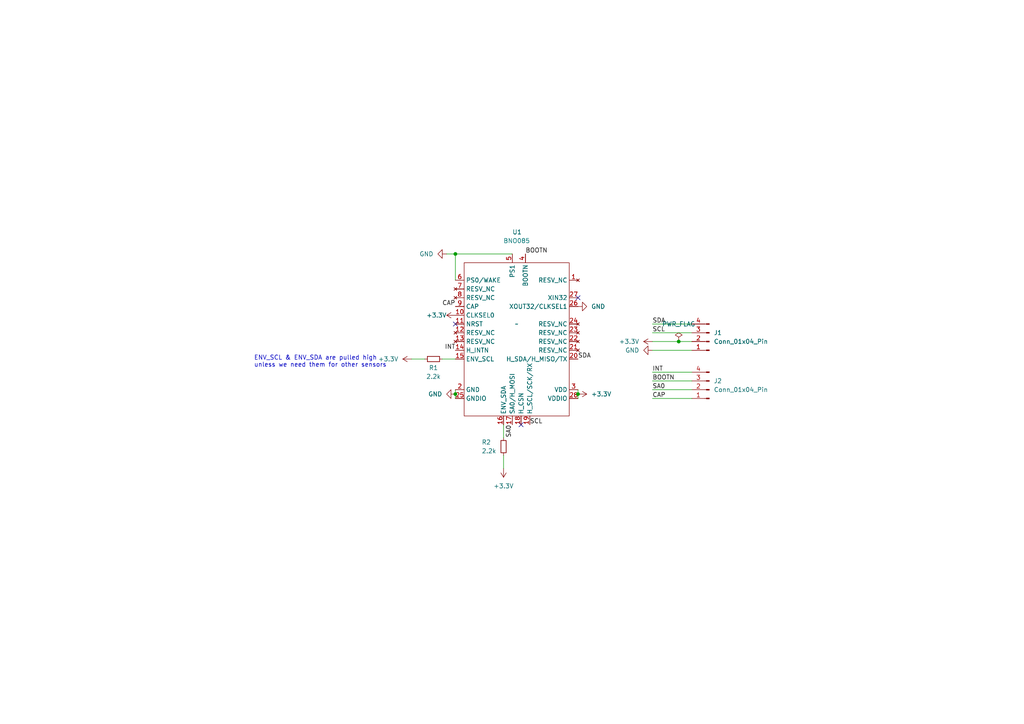
<source format=kicad_sch>
(kicad_sch (version 20230121) (generator eeschema)
  (paper "A4")
  (title_block (title "BNO08x I2C Debug Board") (date "2023-08-14") (comment 1 "Author: Toby Godfrey"))
  (lib_symbols
    (symbol "BNO08x:BNO085"
      (property "Reference" "U" (at 0 26.67 0))
      (symbol "BNO085_0_1"
        (rectangle (start -15.24 17.78) (end 15.24 -26.67))
      )
      (symbol "BNO085_1_1"
        (text "BNO085" (at 0 24.13 0) (effects (font (size 1.27 1.27))))
        (pin no_connect line (at 17.78 12.7 180) (length 2.54) (name "RESV_NC") (number "1"))
        (pin input line (at -17.78 2.54 0) (length 2.54) (name "CLKSEL0") (number "10"))
        (pin input line (at -17.78 0 0) (length 2.54) (name "NRST") (number "11"))
        (pin no_connect line (at -17.78 -2.54 0) (length 2.54) (name "RESV_NC") (number "12"))
        (pin no_connect line (at -17.78 -5.08 0) (length 2.54) (name "RESV_NC") (number "13"))
        (pin output line (at -17.78 -7.62 0) (length 2.54) (name "H_INTN") (number "14"))
        (pin bidirectional line (at -17.78 -10.16 0) (length 2.54) (name "ENV_SCL") (number "15"))
        (pin bidirectional line (at -3.81 -29.21 90) (length 2.54) (name "ENV_SDA") (number "16"))
        (pin input line (at -1.27 -29.21 90) (length 2.54) (name "SA0/H_MOSI") (number "17"))
        (pin input line (at 1.27 -29.21 90) (length 2.54) (name "H_CSN") (number "18"))
        (pin bidirectional line (at 3.81 -29.21 90) (length 2.54) (name "H_SCL/SCK/RX") (number "19"))
        (pin input line (at -17.78 -19.05 0) (length 2.54) (name "GND") (number "2"))
        (pin bidirectional line (at 17.78 -10.16 180) (length 2.54) (name "H_SDA/H_MISO/TX") (number "20"))
        (pin no_connect line (at 17.78 -7.62 180) (length 2.54) (name "RESV_NC") (number "21"))
        (pin no_connect line (at 17.78 -5.08 180) (length 2.54) (name "RESV_NC") (number "22"))
        (pin no_connect line (at 17.78 -2.54 180) (length 2.54) (name "RESV_NC") (number "23"))
        (pin no_connect line (at 17.78 0 180) (length 2.54) (name "RESV_NC") (number "24"))
        (pin input line (at -17.78 -21.59 0) (length 2.54) (name "GNDIO") (number "25"))
        (pin input line (at 17.78 5.08 180) (length 2.54) (name "XOUT32/CLKSEL1") (number "26"))
        (pin input line (at 17.78 7.62 180) (length 2.54) (name "XIN32") (number "27"))
        (pin power_in line (at 17.78 -21.59 180) (length 2.54) (name "VDDIO") (number "28"))
        (pin power_in line (at 17.78 -19.05 180) (length 2.54) (name "VDD") (number "3"))
        (pin input line (at 2.54 20.32 270) (length 2.54) (name "BOOTN") (number "4"))
        (pin input line (at -1.27 20.32 270) (length 2.54) (name "PS1") (number "5"))
        (pin input line (at -17.78 12.7 0) (length 2.54) (name "PS0/WAKE") (number "6"))
        (pin no_connect line (at -17.78 10.16 0) (length 2.54) (name "RESV_NC") (number "7"))
        (pin no_connect line (at -17.78 7.62 0) (length 2.54) (name "RESV_NC") (number "8"))
        (pin input line (at -17.78 5.08 0) (length 2.54) (name "CAP") (number "9"))
      )
    )
    (symbol "Connector:Conn_01x04_Pin" (pin_names (offset 1.016) hide)
      (property "Reference" "J" (at 0 5.08 0))
      (property "Value" "Conn_01x04_Pin" (at 0 -7.62 0))
      (symbol "Conn_01x04_Pin_1_1"
        (polyline (pts (xy 1.27 -5.08) (xy 0.8636 -5.08)) (stroke (width 0.1524)))
        (polyline (pts (xy 1.27 -2.54) (xy 0.8636 -2.54)) (stroke (width 0.1524)))
        (polyline (pts (xy 1.27 0) (xy 0.8636 0)) (stroke (width 0.1524)))
        (polyline (pts (xy 1.27 2.54) (xy 0.8636 2.54)) (stroke (width 0.1524)))
        (rectangle (start 0.8636 -4.953) (end 0 -5.207) (stroke (width 0.1524)) (fill (type outline)))
        (rectangle (start 0.8636 -2.413) (end 0 -2.667) (stroke (width 0.1524)) (fill (type outline)))
        (rectangle (start 0.8636 0.127) (end 0 -0.127) (stroke (width 0.1524)) (fill (type outline)))
        (rectangle (start 0.8636 2.667) (end 0 2.413) (stroke (width 0.1524)) (fill (type outline)))
        (pin passive line (at 5.08 2.54 180) (length 3.81) (name "Pin_1") (number "1"))
        (pin passive line (at 5.08 0 180) (length 3.81) (name "Pin_2") (number "2"))
        (pin passive line (at 5.08 -2.54 180) (length 3.81) (name "Pin_3") (number "3"))
        (pin passive line (at 5.08 -5.08 180) (length 3.81) (name "Pin_4") (number "4"))
      )
    )
    (symbol "Device:R_Small" (pin_numbers hide) (pin_names (offset 0.254) hide)
      (property "Reference" "R" (at 0.762 0.508 0))
      (property "Value" "R_Small" (at 0.762 -1.016 0))
      (symbol "R_Small_0_1"
        (rectangle (start -0.762 1.778) (end 0.762 -1.778) (stroke (width 0.2032)))
      )
      (symbol "R_Small_1_1"
        (pin passive line (at 0 2.54 270) (length 0.762) (name "~") (number "1"))
        (pin passive line (at 0 -2.54 90) (length 0.762) (name "~") (number "2"))
      )
    )
    (symbol "power:+3.3V" (power) (pin_names (offset 0))
      (property "Value" "+3.3V" (at 0 3.556 0))
      (symbol "+3.3V_0_1"
        (polyline (pts (xy -0.762 1.27) (xy 0 2.54)))
        (polyline (pts (xy 0 0) (xy 0 2.54)))
        (polyline (pts (xy 0 2.54) (xy 0.762 1.27)))
      )
      (symbol "+3.3V_1_1"
        (pin power_in line (at 0 0 90) (length 0) hide (name "+3.3V") (number "1"))
      )
    )
    (symbol "power:GND" (power) (pin_names (offset 0))
      (property "Value" "GND" (at 0 -3.81 0))
      (symbol "GND_0_1"
        (polyline (pts (xy 0 0) (xy 0 -1.27) (xy 1.27 -1.27) (xy 0 -2.54) (xy -1.27 -1.27) (xy 0 -1.27)))
      )
      (symbol "GND_1_1"
        (pin power_in line (at 0 0 270) (length 0) hide (name "GND") (number "1"))
      )
    )
    (symbol "power:PWR_FLAG" (power) (pin_numbers hide) (pin_names (offset 0) hide)
      (property "Value" "PWR_FLAG" (at 0 3.81 0))
      (symbol "PWR_FLAG_0_0"
        (pin power_out line (at 0 0 90) (length 0) (name "pwr") (number "1"))
      )
      (symbol "PWR_FLAG_0_1"
        (polyline (pts (xy 0 0) (xy 0 1.27) (xy -1.016 1.905) (xy 0 2.54) (xy 1.016 1.905) (xy 0 1.27)))
      )
    )
  )
  (junction (at 167.64 114.3))
  (junction (at 196.85 99.06))
  (junction (at 132.08 73.66))
  (junction (at 132.08 114.3))
  (no_connect (at 132.08 93.98))
  (no_connect (at 167.64 86.36))
  (no_connect (at 151.13 123.19))
  (wire (pts (xy 189.23 107.95) (xy 200.66 107.95)))
  (wire (pts (xy 189.23 93.98) (xy 200.66 93.98)))
  (wire (pts (xy 132.08 114.3) (xy 132.08 115.57)))
  (wire (pts (xy 167.64 113.03) (xy 167.64 114.3)))
  (wire (pts (xy 196.85 99.06) (xy 200.66 99.06)))
  (wire (pts (xy 146.05 123.19) (xy 146.05 127)))
  (wire (pts (xy 132.08 73.66) (xy 148.59 73.66)))
  (wire (pts (xy 119.38 104.14) (xy 123.19 104.14)))
  (wire (pts (xy 129.54 73.66) (xy 132.08 73.66)))
  (wire (pts (xy 132.08 113.03) (xy 132.08 114.3)))
  (wire (pts (xy 167.64 114.3) (xy 167.64 115.57)))
  (wire (pts (xy 146.05 132.08) (xy 146.05 135.89)))
  (wire (pts (xy 189.23 99.06) (xy 196.85 99.06)))
  (wire (pts (xy 189.23 110.49) (xy 200.66 110.49)))
  (wire (pts (xy 128.27 104.14) (xy 132.08 104.14)))
  (wire (pts (xy 189.23 101.6) (xy 200.66 101.6)))
  (wire (pts (xy 132.08 73.66) (xy 132.08 81.28)))
  (wire (pts (xy 189.23 113.03) (xy 200.66 113.03)))
  (wire (pts (xy 189.23 96.52) (xy 200.66 96.52)))
  (wire (pts (xy 189.23 115.57) (xy 200.66 115.57)))
  (text "ENV_SCL & ENV_SDA are pulled high \nunless we need them for other sensors" (at 73.66 106.68 0) (effects (font (size 1.27 1.27)) (justify left bottom)))
  (label "INT" (at 132.08 101.6 180))
  (label "SDA" (at 167.64 104.14 0))
  (label "SA0" (at 148.59 123.19 270))
  (label "CAP" (at 189.23 115.57 0))
  (label "SCL" (at 153.67 123.19 0))
  (label "SCL" (at 189.23 96.52 0))
  (label "SDA" (at 189.23 93.98 0))
  (label "BOOTN" (at 189.23 110.49 0))
  (label "SA0" (at 189.23 113.03 0))
  (label "BOOTN" (at 152.4 73.66 0))
  (label "INT" (at 189.23 107.95 0))
  (label "CAP" (at 132.08 88.9 180))
  (symbol (lib_id "power:PWR_FLAG") (at 196.85 99.06 0) (unit 1)
    (property "Reference" "#FLG01" (effects hide))
    (property "Value" "PWR_FLAG" (at 196.85 93.98 0))
  )
  (symbol (lib_id "power:+3.3V") (at 146.05 135.89 180) (unit 1)
    (property "Reference" "#PWR04" (effects hide))
    (property "Value" "+3.3V" (at 146.05 140.97 0))
  )
  (symbol (lib_id "power:+3.3V") (at 167.64 114.3 270) (unit 1)
    (property "Reference" "#PWR09" (effects hide))
    (property "Value" "+3.3V" (at 171.45 114.3 90) (effects (justify left)))
  )
  (symbol (lib_id "BNO08x:BNO085") (at 149.86 93.98 0) (unit 1)
    (property "Reference" "U1" (at 148.59 67.31 0) (effects (justify left)))
    (property "Value" "~" (at 149.86 93.98 0))
    (property "Footprint" "Package_LGA:LGA-28_5.2x3.8mm_P0.5mm" (effects hide))
  )
  (symbol (lib_id "Device:R_Small") (at 125.73 104.14 90) (unit 1)
    (property "Reference" "R1" (at 125.73 106.68 90))
    (property "Value" "2.2k" (at 125.73 109.22 90))
    (property "Footprint" "Resistor_THT:R_Axial_DIN0309_L9.0mm_D3.2mm_P12.70mm_Horizontal" (effects hide))
  )
  (symbol (lib_id "power:GND") (at 167.64 88.9 90) (unit 1)
    (property "Reference" "#PWR05" (effects hide))
    (property "Value" "GND" (at 171.45 88.9 90) (effects (justify right)))
  )
  (symbol (lib_id "power:+3.3V") (at 119.38 104.14 90) (unit 1)
    (property "Reference" "#PWR01" (effects hide))
    (property "Value" "+3.3V" (at 115.57 104.14 90) (effects (justify left)))
  )
  (symbol (lib_id "Connector:Conn_01x04_Pin") (at 205.74 99.06 180) (unit 1)
    (property "Reference" "J1" (at 207.01 96.52 0) (effects (justify right)))
    (property "Value" "Conn_01x04_Pin" (at 207.01 99.06 0) (effects (justify right)))
    (property "Footprint" "Connector_PinHeader_2.54mm:PinHeader_1x04_P2.54mm_Vertical" (effects hide))
  )
  (symbol (lib_id "power:+3.3V") (at 189.23 99.06 90) (unit 1)
    (property "Reference" "#PWR06" (effects hide))
    (property "Value" "+3.3V" (at 185.42 99.06 90) (effects (justify left)))
  )
  (symbol (lib_id "Device:R_Small") (at 146.05 129.54 0) (unit 1)
    (property "Reference" "R2" (at 139.7 128.27 0) (effects (justify left)))
    (property "Value" "2.2k" (at 139.7 130.81 0) (effects (justify left)))
    (property "Footprint" "Resistor_THT:R_Axial_DIN0309_L9.0mm_D3.2mm_P12.70mm_Horizontal" (effects hide))
  )
  (symbol (lib_id "power:GND") (at 132.08 114.3 270) (unit 1)
    (property "Reference" "#PWR08" (effects hide))
    (property "Value" "GND" (at 128.27 114.3 90) (effects (justify right)))
  )
  (symbol (lib_id "power:+3.3V") (at 132.08 91.44 90) (unit 1)
    (property "Reference" "#PWR03" (effects hide))
    (property "Value" "+3.3V" (at 129.54 91.44 90) (effects (justify left)))
  )
  (symbol (lib_id "Connector:Conn_01x04_Pin") (at 205.74 113.03 180) (unit 1)
    (property "Reference" "J2" (at 207.01 110.49 0) (effects (justify right)))
    (property "Value" "Conn_01x04_Pin" (at 207.01 113.03 0) (effects (justify right)))
    (property "Footprint" "Connector_PinHeader_2.54mm:PinHeader_1x04_P2.54mm_Vertical" (effects hide))
  )
  (symbol (lib_id "power:GND") (at 189.23 101.6 270) (unit 1)
    (property "Reference" "#PWR07" (effects hide))
    (property "Value" "GND" (at 185.42 101.6 90) (effects (justify right)))
  )
  (symbol (lib_id "power:GND") (at 129.54 73.66 270) (unit 1)
    (property "Reference" "#PWR02" (effects hide))
    (property "Value" "GND" (at 125.73 73.66 90) (effects (justify right)))
  )
)
</source>
